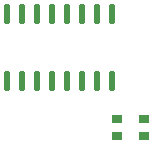
<source format=gbp>
G04*
G04 #@! TF.GenerationSoftware,Altium Limited,Altium Designer,19.0.4 (130)*
G04*
G04 Layer_Color=128*
%FSLAX24Y24*%
%MOIN*%
G70*
G01*
G75*
%ADD44O,0.0220X0.0687*%
%ADD45R,0.0354X0.0315*%
D44*
X47234Y41958D02*
D03*
X47734D02*
D03*
X48234D02*
D03*
X48734D02*
D03*
X49234D02*
D03*
X49734D02*
D03*
X50234D02*
D03*
X50734D02*
D03*
X47234Y39696D02*
D03*
X47734D02*
D03*
X48234D02*
D03*
X48734D02*
D03*
X49234D02*
D03*
X49734D02*
D03*
X50234D02*
D03*
X50734D02*
D03*
D45*
X50890Y37882D02*
D03*
Y38433D02*
D03*
X51787Y37882D02*
D03*
Y38433D02*
D03*
M02*

</source>
